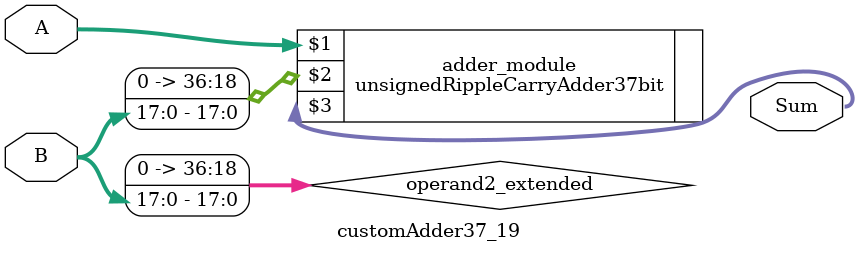
<source format=v>
module customAdder37_19(
                        input [36 : 0] A,
                        input [17 : 0] B,
                        
                        output [37 : 0] Sum
                );

        wire [36 : 0] operand2_extended;
        
        assign operand2_extended =  {19'b0, B};
        
        unsignedRippleCarryAdder37bit adder_module(
            A,
            operand2_extended,
            Sum
        );
        
        endmodule
        
</source>
